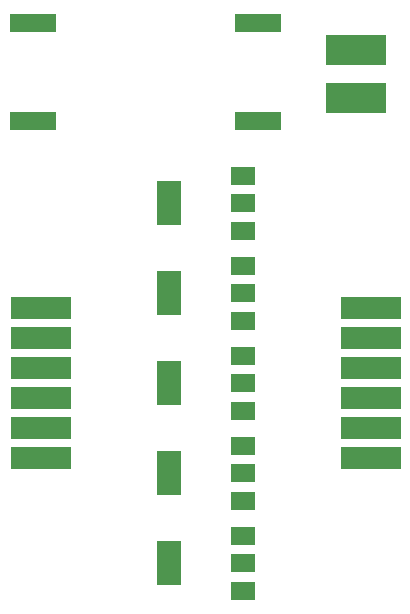
<source format=gbr>
%TF.GenerationSoftware,KiCad,Pcbnew,(6.0.6-0)*%
%TF.CreationDate,2025-03-25T10:56:26+01:00*%
%TF.ProjectId,5outputs,356f7574-7075-4747-932e-6b696361645f,rev?*%
%TF.SameCoordinates,Original*%
%TF.FileFunction,Paste,Top*%
%TF.FilePolarity,Positive*%
%FSLAX46Y46*%
G04 Gerber Fmt 4.6, Leading zero omitted, Abs format (unit mm)*
G04 Created by KiCad (PCBNEW (6.0.6-0)) date 2025-03-25 10:56:26*
%MOMM*%
%LPD*%
G01*
G04 APERTURE LIST*
%ADD10R,2.000000X1.500000*%
%ADD11R,2.000000X3.800000*%
%ADD12R,5.080000X1.905000*%
%ADD13R,4.000000X1.500000*%
%ADD14R,5.080000X2.540000*%
G04 APERTURE END LIST*
D10*
%TO.C,Q7*%
X216256000Y-59704000D03*
X216256000Y-57404000D03*
X216256000Y-55104000D03*
D11*
X209956000Y-57404000D03*
%TD*%
D12*
%TO.C,J4*%
X199136000Y-66294000D03*
X199136000Y-68834000D03*
X199136000Y-71374000D03*
X199136000Y-73914000D03*
X199136000Y-76454000D03*
X199136000Y-78994000D03*
%TD*%
D10*
%TO.C,Q5*%
X216256000Y-67324000D03*
X216256000Y-65024000D03*
X216256000Y-62724000D03*
D11*
X209956000Y-65024000D03*
%TD*%
D10*
%TO.C,Q3*%
X216256000Y-74944000D03*
X216256000Y-72644000D03*
X216256000Y-70344000D03*
D11*
X209956000Y-72644000D03*
%TD*%
D10*
%TO.C,Q2*%
X216256000Y-82564000D03*
X216256000Y-80264000D03*
X216256000Y-77964000D03*
D11*
X209956000Y-80264000D03*
%TD*%
D13*
%TO.C,J1*%
X217551000Y-42164000D03*
X217551000Y-50419000D03*
X198501000Y-42164000D03*
X198501000Y-50419000D03*
%TD*%
D14*
%TO.C,J6*%
X225806000Y-44450000D03*
X225806000Y-48514000D03*
%TD*%
D10*
%TO.C,Q1*%
X216256000Y-90184000D03*
X216256000Y-87884000D03*
X216256000Y-85584000D03*
D11*
X209956000Y-87884000D03*
%TD*%
D12*
%TO.C,J2*%
X227076000Y-66294000D03*
X227076000Y-68834000D03*
X227076000Y-71374000D03*
X227076000Y-73914000D03*
X227076000Y-76454000D03*
X227076000Y-78994000D03*
%TD*%
M02*

</source>
